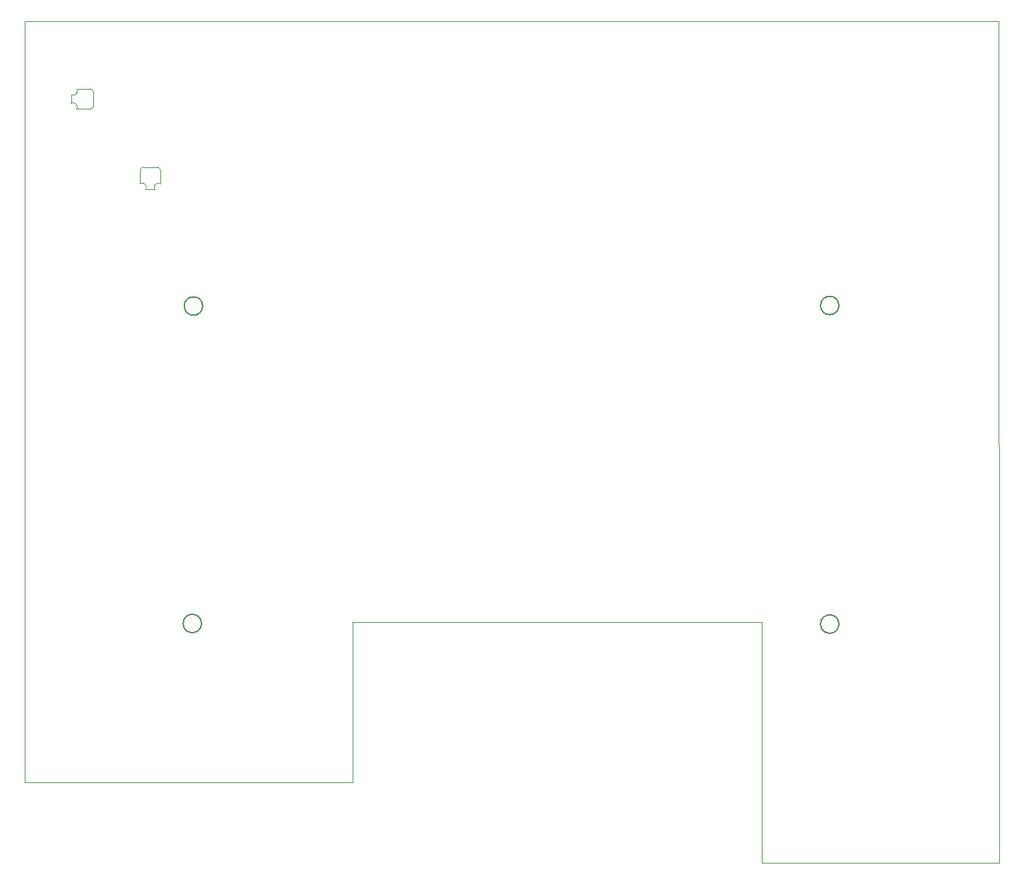
<source format=gbr>
%TF.GenerationSoftware,KiCad,Pcbnew,8.0.7*%
%TF.CreationDate,2025-02-16T08:40:01+09:00*%
%TF.ProjectId,cool642tb_R,636f6f6c-3634-4327-9462-5f522e6b6963,rev?*%
%TF.SameCoordinates,Original*%
%TF.FileFunction,Profile,NP*%
%FSLAX46Y46*%
G04 Gerber Fmt 4.6, Leading zero omitted, Abs format (unit mm)*
G04 Created by KiCad (PCBNEW 8.0.7) date 2025-02-16 08:40:01*
%MOMM*%
%LPD*%
G01*
G04 APERTURE LIST*
%TA.AperFunction,Profile*%
%ADD10C,0.050000*%
%TD*%
%TA.AperFunction,Profile*%
%ADD11C,0.200000*%
%TD*%
%TA.AperFunction,Profile*%
%ADD12C,0.120000*%
%TD*%
G04 APERTURE END LIST*
D10*
X86980000Y24660000D02*
X87020000Y-76290000D01*
D11*
X67810000Y-47670000D02*
G75*
G02*
X65610000Y-47670000I-1100000J0D01*
G01*
X65610000Y-47670000D02*
G75*
G02*
X67810000Y-47670000I1100000J0D01*
G01*
D10*
X87020000Y-76290000D02*
X58610000Y-76280000D01*
D11*
X67810000Y-9470000D02*
G75*
G02*
X65610000Y-9470000I-1100000J0D01*
G01*
X65610000Y-9470000D02*
G75*
G02*
X67810000Y-9470000I1100000J0D01*
G01*
D10*
X9580000Y-47410000D02*
X9580000Y-66640000D01*
X58610000Y-76280000D02*
X58570000Y-47410000D01*
D11*
X-8420000Y-9530000D02*
G75*
G02*
X-10620000Y-9530000I-1100000J0D01*
G01*
X-10620000Y-9530000D02*
G75*
G02*
X-8420000Y-9530000I1100000J0D01*
G01*
D10*
X9580000Y-66640000D02*
X-29750001Y-66687364D01*
X58570000Y-47410000D02*
X9580000Y-47410000D01*
D11*
X-8560000Y-47600000D02*
G75*
G02*
X-10760000Y-47600000I-1100000J0D01*
G01*
X-10760000Y-47600000D02*
G75*
G02*
X-8560000Y-47600000I1100000J0D01*
G01*
D10*
X-29750000Y24660000D02*
X86980000Y24660000D01*
X-29750001Y-66687364D02*
X-29750000Y24660000D01*
D12*
%TO.C,U1*%
X-13865753Y7119247D02*
G75*
G02*
X-13484753Y6738247I3J-380997D01*
G01*
X-14170553Y4452247D02*
G75*
G02*
X-13484749Y5138054I438053J247753D01*
G01*
X-15897753Y5138047D02*
G75*
G02*
X-15211953Y4452247I247753J-438047D01*
G01*
X-15897753Y6738247D02*
G75*
G02*
X-15516753Y7119243I380993J3D01*
G01*
X-21510753Y14475753D02*
G75*
G02*
X-21891753Y14094753I-380996J-4D01*
G01*
X-21891753Y16507753D02*
G75*
G02*
X-21510753Y16126753I8J-380992D01*
G01*
X-23491953Y16507753D02*
G75*
G02*
X-24177753Y15821953I-438047J-247753D01*
G01*
X-24177753Y14780553D02*
G75*
G02*
X-23491953Y14094753I247753J-438047D01*
G01*
X-13484753Y6738247D02*
X-13484753Y5138047D01*
X-14170553Y4452247D02*
X-15211953Y4452247D01*
X-15516753Y7119247D02*
X-13865753Y7119247D01*
X-15897753Y5138047D02*
X-15897753Y6738247D01*
X-21510753Y16126753D02*
X-21510753Y14475753D01*
X-21891753Y14094753D02*
X-23491953Y14094753D01*
X-23491953Y16507753D02*
X-21891753Y16507753D01*
X-24177753Y14780553D02*
X-24177753Y15821953D01*
%TD*%
M02*

</source>
